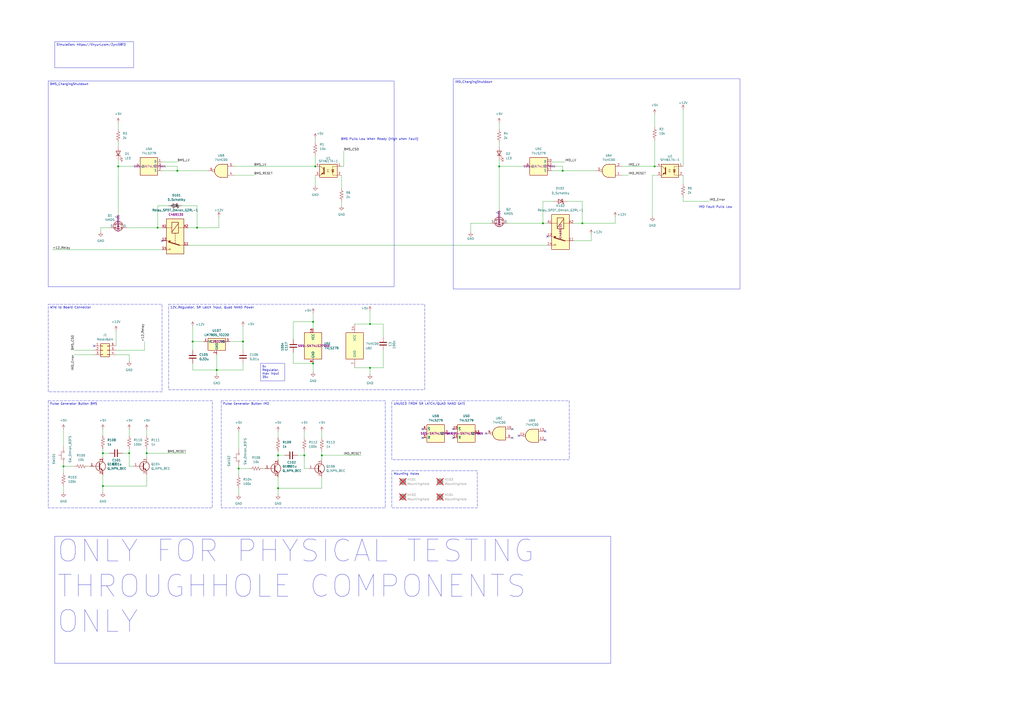
<source format=kicad_sch>
(kicad_sch (version 20250114) (generator "eeschema") (generator_version "9.0")
  (paper "A2")
  (text "BMS Pulls Low When Ready (High when Fault)" (at 220.218 80.772 0) (effects (font (size 1.27 1.27))))
  (text "IMD Fault Pulls Low" (at 415.036 120.142 0) (effects (font (size 1.27 1.27))))
  (text_box "IMD_ChargingShutdown" (at 262.89 45.72 0) (size 166.37 121.92) (margins 0.9525 0.9525 0.9525 0.9525) (effects (font (size 1.27 1.27)) (justify left top)))
  (text_box "Pulse Generator Button BMS\n" (at 27.94 232.41 0) (size 95.25 62.23) (margins 0.9525 0.9525 0.9525 0.9525) (stroke (width 0) (type dash)) (effects (font (size 1.27 1.27)) (justify left top)))
  (text_box "UNUSED FROM SR LATCH/QUAD NAND GATE" (at 227.33 232.41 0) (size 102.87 34.29) (margins 0.9525 0.9525 0.9525 0.9525) (stroke (width 0) (type dash)) (effects (font (size 1.27 1.27)) (justify left top)))
  (text_box "Wire to Board Connector" (at 27.94 176.53 0) (size 66.04 50.8) (margins 0.9525 0.9525 0.9525 0.9525) (stroke (width 0) (type dash)) (effects (font (size 1.27 1.27)) (justify left top)))
  (text_box "Simulation: https://tinyurl.com/2yrc58f3" (at 31.75 24.13 0) (size 45.72 15.24) (margins 0.9525 0.9525 0.9525 0.9525) (effects (font (size 1.27 1.27)) (justify left top)))
  (text_box "5v Regulator, max input 35v" (at 151.13 210.82 0) (size 13.97 10.16) (margins 0.9525 0.9525 0.9525 0.9525) (effects (font (size 1.27 1.27)) (justify left top)))
  (text_box "12V_Regulator, SR Latch input, Quad NAND Power" (at 97.79 176.53 0) (size 148.59 49.53) (margins 0.9525 0.9525 0.9525 0.9525) (stroke (width 0) (type dash)) (effects (font (size 1.27 1.27)) (justify left top)))
  (text_box "BMS_ChargingShutdown" (at 27.94 46.99 0) (size 200.66 119.38) (margins 0.9525 0.9525 0.9525 0.9525) (effects (font (size 1.27 1.27)) (justify left top)))
  (text_box "Pulse Generator Button IMD" (at 128.27 232.41 0) (size 95.25 62.23) (margins 0.9525 0.9525 0.9525 0.9525) (stroke (width 0) (type dash)) (effects (font (size 1.27 1.27)) (justify left top)))
  (text_box "Mounting Holes" (at 227.33 273.05 0) (size 49.53 21.59) (margins 0.9525 0.9525 0.9525 0.9525) (stroke (width 0) (type dash)) (effects (font (size 1.27 1.27)) (justify left top)))
  (text_box "ONLY FOR PHYSICAL TESTING THROUGHHOLE COMPONENTS ONLY" (at 31.75 311.15 0) (size 322.58 73.66) (margins 0.9525 0.9525 0.9525 0.9525) (effects (font (size 12.7 12.7)) (justify left top)))
  (junction (at 102.87 99.06))
  (junction (at 326.39 99.06))
  (junction (at 140.97 198.12))
  (junction (at 111.76 198.12))
  (junction (at 85.09 262.89))
  (junction (at 114.3 132.08))
  (junction (at 91.44 132.08))
  (junction (at 186.69 264.16))
  (junction (at 289.56 96.52))
  (junction (at 59.69 262.89))
  (junction (at 161.29 283.21))
  (junction (at 379.73 96.52))
  (junction (at 138.43 271.78))
  (junction (at 176.53 264.16))
  (junction (at 68.58 96.52))
  (junction (at 125.73 214.63))
  (junction (at 337.82 129.54))
  (junction (at 214.63 213.36))
  (junction (at 182.88 96.52))
  (junction (at 314.96 129.54))
  (junction (at 59.69 281.94))
  (junction (at 161.29 264.16))
  (junction (at 181.61 210.82))
  (junction (at 74.93 262.89))
  (junction (at 181.61 186.69))
  (junction (at 214.63 187.96))
  (junction (at 36.83 270.51))
  (no_connect (at 245.11 254))
  (no_connect (at 54.61 200.66))
  (no_connect (at 316.23 255.27))
  (no_connect (at 245.11 248.92))
  (no_connect (at 317.5 137.16))
  (no_connect (at 93.98 139.7))
  (no_connect (at 260.35 251.46))
  (no_connect (at 281.94 251.46))
  (no_connect (at 262.89 254))
  (no_connect (at 300.99 252.73))
  (no_connect (at 316.23 250.19))
  (no_connect (at 278.13 251.46))
  (no_connect (at 297.18 254))
  (no_connect (at 297.18 248.92))
  (no_connect (at 262.89 248.92))
  (wire (pts (xy 140.97 198.12) (xy 140.97 203.2)))
  (wire (pts (xy 59.69 275.59) (xy 59.69 281.94)))
  (wire (pts (xy 102.87 99.06) (xy 102.87 96.52)))
  (wire (pts (xy 74.93 205.74) (xy 74.93 209.55)))
  (wire (pts (xy 67.31 205.74) (xy 74.93 205.74)))
  (wire (pts (xy 396.24 96.52) (xy 396.24 63.5)))
  (wire (pts (xy 36.83 269.24) (xy 36.83 270.51)))
  (wire (pts (xy 161.29 261.62) (xy 161.29 264.16)))
  (wire (pts (xy 289.56 71.12) (xy 289.56 74.93)))
  (wire (pts (xy 289.56 96.52) (xy 289.56 92.71)))
  (wire (pts (xy 85.09 281.94) (xy 59.69 281.94)))
  (wire (pts (xy 356.87 125.73) (xy 356.87 129.54)))
  (wire (pts (xy 36.83 270.51) (xy 43.18 270.51)))
  (wire (pts (xy 73.66 132.08) (xy 91.44 132.08)))
  (wire (pts (xy 85.09 248.92) (xy 85.09 252.73)))
  (wire (pts (xy 43.18 203.2) (xy 54.61 203.2)))
  (wire (pts (xy 182.88 101.6) (xy 182.88 107.95)))
  (wire (pts (xy 114.3 132.08) (xy 109.22 132.08)))
  (wire (pts (xy 176.53 271.78) (xy 179.07 271.78)))
  (wire (pts (xy 58.42 132.08) (xy 58.42 134.62)))
  (wire (pts (xy 111.76 198.12) (xy 118.11 198.12)))
  (wire (pts (xy 59.69 262.89) (xy 59.69 265.43)))
  (wire (pts (xy 198.12 116.84) (xy 198.12 119.38)))
  (wire (pts (xy 182.88 90.17) (xy 182.88 96.52)))
  (wire (pts (xy 320.04 93.98) (xy 327.66 93.98)))
  (wire (pts (xy 109.22 142.24) (xy 317.5 142.24)))
  (wire (pts (xy 326.39 96.52) (xy 326.39 99.06)))
  (wire (pts (xy 337.82 129.54) (xy 332.74 129.54)))
  (wire (pts (xy 284.48 129.54) (xy 273.05 129.54)))
  (wire (pts (xy 289.56 96.52) (xy 304.8 96.52)))
  (wire (pts (xy 74.93 262.89) (xy 74.93 270.51)))
  (wire (pts (xy 379.73 66.04) (xy 379.73 73.66)))
  (wire (pts (xy 314.96 116.84) (xy 321.31 116.84)))
  (wire (pts (xy 273.05 129.54) (xy 273.05 134.62)))
  (wire (pts (xy 181.61 210.82) (xy 181.61 215.9)))
  (wire (pts (xy 111.76 214.63) (xy 125.73 214.63)))
  (wire (pts (xy 342.9 135.89) (xy 342.9 139.7)))
  (wire (pts (xy 182.88 80.01) (xy 182.88 82.55)))
  (wire (pts (xy 138.43 271.78) (xy 144.78 271.78)))
  (wire (pts (xy 114.3 119.38) (xy 114.3 132.08)))
  (wire (pts (xy 127 125.73) (xy 127 132.08)))
  (wire (pts (xy 170.18 196.85) (xy 170.18 186.69)))
  (wire (pts (xy 186.69 264.16) (xy 186.69 266.7)))
  (wire (pts (xy 93.98 132.08) (xy 91.44 132.08)))
  (wire (pts (xy 176.53 250.19) (xy 176.53 254)))
  (wire (pts (xy 152.4 271.78) (xy 153.67 271.78)))
  (wire (pts (xy 342.9 139.7) (xy 332.74 139.7)))
  (wire (pts (xy 289.56 96.52) (xy 289.56 121.92)))
  (wire (pts (xy 294.64 129.54) (xy 314.96 129.54)))
  (wire (pts (xy 161.29 264.16) (xy 165.1 264.16)))
  (wire (pts (xy 320.04 96.52) (xy 326.39 96.52)))
  (wire (pts (xy 170.18 186.69) (xy 181.61 186.69)))
  (wire (pts (xy 138.43 270.51) (xy 138.43 271.78)))
  (wire (pts (xy 289.56 82.55) (xy 289.56 85.09)))
  (wire (pts (xy 68.58 71.12) (xy 68.58 74.93)))
  (wire (pts (xy 181.61 186.69) (xy 181.61 190.5)))
  (wire (pts (xy 186.69 283.21) (xy 161.29 283.21)))
  (wire (pts (xy 181.61 210.82) (xy 170.18 210.82)))
  (wire (pts (xy 59.69 262.89) (xy 63.5 262.89)))
  (wire (pts (xy 328.93 116.84) (xy 337.82 116.84)))
  (wire (pts (xy 91.44 119.38) (xy 91.44 132.08)))
  (wire (pts (xy 59.69 281.94) (xy 59.69 285.75)))
  (wire (pts (xy 214.63 180.34) (xy 214.63 187.96)))
  (wire (pts (xy 68.58 96.52) (xy 78.74 96.52)))
  (wire (pts (xy 127 132.08) (xy 114.3 132.08)))
  (wire (pts (xy 58.42 132.08) (xy 63.5 132.08)))
  (wire (pts (xy 214.63 213.36) (xy 205.74 213.36)))
  (wire (pts (xy 107.95 262.89) (xy 85.09 262.89)))
  (wire (pts (xy 133.35 198.12) (xy 140.97 198.12)))
  (wire (pts (xy 111.76 210.82) (xy 111.76 214.63)))
  (wire (pts (xy 317.5 129.54) (xy 314.96 129.54)))
  (wire (pts (xy 36.83 270.51) (xy 36.83 274.32)))
  (wire (pts (xy 36.83 281.94) (xy 36.83 285.75)))
  (wire (pts (xy 209.55 264.16) (xy 186.69 264.16)))
  (wire (pts (xy 105.41 119.38) (xy 114.3 119.38)))
  (wire (pts (xy 396.24 116.84) (xy 411.48 116.84)))
  (wire (pts (xy 378.46 101.6) (xy 381 101.6)))
  (wire (pts (xy 176.53 264.16) (xy 176.53 261.62)))
  (wire (pts (xy 111.76 189.23) (xy 111.76 198.12)))
  (wire (pts (xy 140.97 189.23) (xy 140.97 198.12)))
  (wire (pts (xy 138.43 260.35) (xy 138.43 250.19)))
  (wire (pts (xy 74.93 248.92) (xy 74.93 252.73)))
  (wire (pts (xy 111.76 198.12) (xy 111.76 203.2)))
  (wire (pts (xy 59.69 260.35) (xy 59.69 262.89)))
  (wire (pts (xy 93.98 93.98) (xy 102.87 93.98)))
  (wire (pts (xy 337.82 129.54) (xy 356.87 129.54)))
  (wire (pts (xy 36.83 259.08) (xy 36.83 248.92)))
  (wire (pts (xy 140.97 210.82) (xy 140.97 214.63)))
  (wire (pts (xy 135.89 101.6) (xy 147.32 101.6)))
  (wire (pts (xy 360.68 101.6) (xy 364.49 101.6)))
  (wire (pts (xy 378.46 101.6) (xy 378.46 125.73)))
  (wire (pts (xy 97.79 119.38) (xy 91.44 119.38)))
  (wire (pts (xy 93.98 99.06) (xy 102.87 99.06)))
  (wire (pts (xy 161.29 276.86) (xy 161.29 283.21)))
  (wire (pts (xy 222.25 203.2) (xy 222.25 213.36)))
  (wire (pts (xy 337.82 116.84) (xy 337.82 129.54)))
  (wire (pts (xy 199.39 96.52) (xy 198.12 96.52)))
  (wire (pts (xy 186.69 261.62) (xy 186.69 264.16)))
  (wire (pts (xy 67.31 191.77) (xy 67.31 200.66)))
  (wire (pts (xy 125.73 214.63) (xy 125.73 217.17)))
  (wire (pts (xy 396.24 101.6) (xy 396.24 106.68)))
  (wire (pts (xy 83.82 203.2) (xy 83.82 198.12)))
  (wire (pts (xy 205.74 187.96) (xy 214.63 187.96)))
  (wire (pts (xy 161.29 264.16) (xy 161.29 266.7)))
  (wire (pts (xy 125.73 205.74) (xy 125.73 214.63)))
  (wire (pts (xy 320.04 99.06) (xy 326.39 99.06)))
  (wire (pts (xy 85.09 262.89) (xy 85.09 265.43)))
  (wire (pts (xy 170.18 210.82) (xy 170.18 204.47)))
  (wire (pts (xy 59.69 248.92) (xy 59.69 252.73)))
  (wire (pts (xy 379.73 81.28) (xy 379.73 96.52)))
  (wire (pts (xy 214.63 187.96) (xy 222.25 187.96)))
  (wire (pts (xy 198.12 101.6) (xy 198.12 109.22)))
  (wire (pts (xy 172.72 264.16) (xy 176.53 264.16)))
  (wire (pts (xy 360.68 96.52) (xy 379.73 96.52)))
  (wire (pts (xy 68.58 96.52) (xy 68.58 124.46)))
  (wire (pts (xy 199.39 87.63) (xy 199.39 96.52)))
  (wire (pts (xy 138.43 283.21) (xy 138.43 287.02)))
  (wire (pts (xy 125.73 214.63) (xy 140.97 214.63)))
  (wire (pts (xy 186.69 250.19) (xy 186.69 254)))
  (wire (pts (xy 67.31 203.2) (xy 83.82 203.2)))
  (wire (pts (xy 135.89 96.52) (xy 182.88 96.52)))
  (wire (pts (xy 222.25 213.36) (xy 214.63 213.36)))
  (wire (pts (xy 85.09 275.59) (xy 85.09 281.94)))
  (wire (pts (xy 54.61 205.74) (xy 43.18 205.74)))
  (wire (pts (xy 50.8 270.51) (xy 52.07 270.51)))
  (wire (pts (xy 222.25 187.96) (xy 222.25 195.58)))
  (wire (pts (xy 102.87 99.06) (xy 120.65 99.06)))
  (wire (pts (xy 68.58 96.52) (xy 68.58 92.71)))
  (wire (pts (xy 176.53 264.16) (xy 176.53 271.78)))
  (wire (pts (xy 326.39 99.06) (xy 345.44 99.06)))
  (wire (pts (xy 85.09 260.35) (xy 85.09 262.89)))
  (wire (pts (xy 214.63 213.36) (xy 214.63 217.17)))
  (wire (pts (xy 102.87 96.52) (xy 93.98 96.52)))
  (wire (pts (xy 396.24 114.3) (xy 396.24 116.84)))
  (wire (pts (xy 74.93 262.89) (xy 74.93 260.35)))
  (wire (pts (xy 71.12 262.89) (xy 74.93 262.89)))
  (wire (pts (xy 74.93 270.51) (xy 77.47 270.51)))
  (wire (pts (xy 68.58 82.55) (xy 68.58 85.09)))
  (wire (pts (xy 314.96 129.54) (xy 314.96 116.84)))
  (wire (pts (xy 138.43 271.78) (xy 138.43 275.59)))
  (wire (pts (xy 30.48 144.78) (xy 93.98 144.78)))
  (wire (pts (xy 379.73 96.52) (xy 381 96.52)))
  (wire (pts (xy 161.29 283.21) (xy 161.29 287.02)))
  (wire (pts (xy 161.29 250.19) (xy 161.29 254)))
  (wire (pts (xy 181.61 181.61) (xy 181.61 186.69)))
  (wire (pts (xy 186.69 276.86) (xy 186.69 283.21)))
  (label "IMD_Error" (at 411.48 116.84 0))
  (label "BMS_LV" (at 102.87 93.98 0))
  (label "+12_Relay" (at 83.82 198.12 90))
  (label "BMS_CSO" (at 43.18 203.2 90))
  (label "IMD_LV" (at 364.49 96.52 0))
  (label "+12_Relay" (at 30.48 144.78 0))
  (label "IMD_Error" (at 43.18 205.74 270))
  (label "BMS_RESET" (at 147.32 101.6 0))
  (label "IMD_RESET" (at 209.55 264.16 180))
  (label "IMD_LV" (at 327.66 93.98 0))
  (label "IMD_RESET" (at 364.49 101.6 0))
  (label "BMS_LV" (at 147.32 96.52 0))
  (label "BMS_RESET" (at 107.95 262.89 180))
  (label "BMS_CSO" (at 199.39 87.63 0))
  (symbol (lib_id "Transistor_BJT:Q_NPN_BEC") (at 82.55 270.51 0) (unit 1)
    (property "Reference" "Q104" (at 87.63 269.2399 0) (effects (justify left)))
    (property "Value" "Q_NPN_BEC" (at 87.63 271.7799 0) (effects (justify left)))
    (property "Footprint" "Package_TO_SOT_THT:TO-92" (effects (hide yes)))
    (property "Datasheet" "https://diotec.com/request/datasheet/bc337.pdf" (effects (hide yes)))
    (property "Description" "NPN transistor, base/emitter/collector" (effects (hide yes)))
    (property "MPN" "BC338-25" (effects (hide yes)))
    (property "Digikey" "4878-BC338-25TB-ND" (effects (hide yes)))
  )
  (symbol (lib_id "Device:C") (at 140.97 207.01 0) (unit 1)
    (property "Reference" "C106" (at 144.78 205.7399 0) (effects (justify left)))
    (property "Value" "0.01u" (at 144.78 208.2799 0) (effects (justify left)))
    (property "Footprint" "Capacitor_THT:CP_Radial_D5.0mm_P2.50mm" (effects (hide yes)))
    (property "Datasheet" "https://search.murata.co.jp/Ceramy/image/img/A01X/G101/ENG/RDE_X7R_250V-1kV_E.pdf" (effects (hide yes)))
    (property "Description" "Unpolarized capacitor" (effects (hide yes)))
    (property "MPN" "RDER71H103K0P1H03B" (effects (hide yes)))
    (property "Digikey" "490-8813-ND" (effects (hide yes)))
  )
  (symbol (lib_id "Device:R_US") (at 148.59 271.78 270) (unit 1)
    (property "Reference" "R106" (at 148.59 265.43 90))
    (property "Value" "10k" (at 148.59 267.97 90))
    (property "Footprint" "Resistor_THT:R_Axial_DIN0207_L6.3mm_D2.5mm_P7.62mm_Horizontal" (effects (hide yes)))
    (property "Datasheet" "https://www.yageo.com/upload/media/product/app/datasheet/lr/yageo-mfr_datasheet.pdf" (effects (hide yes)))
    (property "Description" "Resistor, US symbol" (effects (hide yes)))
    (property "MPN" "MFR-25FRF52-10K" (effects (hide yes)))
    (property "Digikey" "13-MFR-25FRF52-10KCT-ND" (effects (hide yes)))
  )
  (symbol (lib_id "74xx:74HC00") (at 308.61 252.73 180) (unit 4)
    (property "Reference" "U6" (at 308.6183 243.84 0))
    (property "Value" "74HC00" (at 308.6183 246.38 0))
    (property "Footprint" "Package_DIP:DIP-14_W7.62mm" (effects (hide yes)))
    (property "Datasheet" "http://www.ti.com/lit/gpn/sn74hc00" (effects (hide yes)))
    (property "Description" "quad 2-input NAND gate" (effects (hide yes)))
    (property "JLC#" "C2902" (effects (hide yes)))
    (property "MPN" "  SN74HC00N" (effects (hide yes)))
    (property "Digikey" "296-1563-5-ND" (effects (hide yes)))
  )
  (symbol (lib_id "74xx:74HC00") (at 289.56 251.46 180) (unit 3)
    (property "Reference" "U6" (at 289.5683 242.57 0))
    (property "Value" "74HC00" (at 289.5683 245.11 0))
    (property "Footprint" "Package_DIP:DIP-14_W7.62mm" (effects (hide yes)))
    (property "Datasheet" "http://www.ti.com/lit/gpn/sn74hc00" (effects (hide yes)))
    (property "Description" "quad 2-input NAND gate" (effects (hide yes)))
    (property "JLC#" "C2902" (effects (hide yes)))
    (property "MPN" "  SN74HC00N" (effects (hide yes)))
    (property "Digikey" "296-1563-5-ND" (effects (hide yes)))
  )
  (symbol (lib_id "power:+12V") (at 111.76 189.23 0) (unit 1)
    (property "Reference" "#PWR0116" (effects (hide yes)))
    (property "Value" "+12V" (at 116.078 188.214 0))
    (property "Description" "Power symbol creates a global label with name \"+12V\"" (effects (hide yes)))
  )
  (symbol (lib_name "+5V_1") (lib_id "power:+5V") (at 59.69 248.92 0) (unit 1)
    (property "Reference" "#PWR0112" (effects (hide yes)))
    (property "Value" "+5V" (at 59.69 243.84 0))
    (property "Description" "Power symbol creates a global label with name \"+5V\"" (effects (hide yes)))
  )
  (symbol (lib_id "Device:C") (at 168.91 264.16 90) (unit 1)
    (property "Reference" "C102" (at 169.164 268.224 90))
    (property "Value" "0.01u" (at 169.418 270.51 90))
    (property "Footprint" "Capacitor_THT:CP_Radial_D5.0mm_P2.50mm" (effects (hide yes)))
    (property "Datasheet" "https://search.murata.co.jp/Ceramy/image/img/A01X/G101/ENG/RDE_X7R_250V-1kV_E.pdf" (effects (hide yes)))
    (property "Description" "Unpolarized capacitor" (effects (hide yes)))
    (property "MPN" "RDER71H103K0P1H03B" (effects (hide yes)))
    (property "Digikey" "490-8813-ND" (effects (hide yes)))
  )
  (symbol (lib_id "power:GND") (at 58.42 134.62 0) (unit 1)
    (property "Reference" "#PWR0101" (effects (hide yes)))
    (property "Value" "GND" (at 58.42 139.7 0))
    (property "Description" "Power symbol creates a global label with name \"GND\" , ground" (effects (hide yes)))
  )
  (symbol (lib_name "+5V_1") (lib_id "power:+5V") (at 36.83 248.92 0) (unit 1)
    (property "Reference" "#PWR0110" (effects (hide yes)))
    (property "Value" "+5V" (at 36.83 243.84 0))
    (property "Description" "Power symbol creates a global label with name \"+5V\"" (effects (hide yes)))
  )
  (symbol (lib_id "74xx:74LS279") (at 86.36 96.52 180) (unit 1)
    (property "Reference" "U5" (at 86.36 86.36 0))
    (property "Value" "74LS279" (at 86.36 88.9 0))
    (property "Footprint" "Package_DIP:DIP-16_W7.62mm" (effects (hide yes)))
    (property "Datasheet" "https://www.ti.com/lit/ds/symlink/sn54ls279a.pdf?ts=1755633696385&ref_url=https%253A%252F%252Fwww.mouser.com%252F" (effects (hide yes)))
    (property "Description" "Quad SR latch, DIP-16/SOIC-16/SOIC-16W" (effects (hide yes)))
    (property "MOUSER" " 595-SN74LS279AN" (at 86.36 96.52 0))
    (property "MPN" "  SN74LS279AN" (effects (hide yes)))
    (property "Digikey" "296-3684-5-ND" (effects (hide yes)))
    (property "JLC#" " C133941" (effects (hide yes)))
  )
  (symbol (lib_id "Device:R_US") (at 36.83 278.13 0) (unit 1)
    (property "Reference" "R103" (at 39.37 276.8599 0) (effects (justify left)))
    (property "Value" "100k" (at 39.37 279.3999 0) (effects (justify left)))
    (property "Footprint" "Resistor_THT:R_Axial_DIN0207_L6.3mm_D2.5mm_P7.62mm_Horizontal" (effects (hide yes)))
    (property "Datasheet" "R" (effects (hide yes)))
    (property "Description" "Resistor, US symbol" (effects (hide yes)))
    (property "MPN" "MFR-25FRF52-100K" (effects (hide yes)))
    (property "Digikey" "13-MFR-25FRF52-100KCT-ND" (effects (hide yes)))
  )
  (symbol (lib_id "Device:R_US") (at 68.58 78.74 0) (unit 1)
    (property "Reference" "R3" (at 71.12 77.4699 0) (effects (justify left)))
    (property "Value" "2k" (at 71.12 80.0099 0) (effects (justify left)))
    (property "Footprint" "Resistor_THT:R_Axial_DIN0207_L6.3mm_D2.5mm_P7.62mm_Horizontal" (effects (hide yes)))
    (property "Datasheet" "https://www.yageo.com/upload/media/product/app/datasheet/lr/yageo-mfr_datasheet.pdf" (effects (hide yes)))
    (property "Description" "Resistor, US symbol" (effects (hide yes)))
    (property "MPN" "MFR25SFTF52-270R" (effects (hide yes)))
    (property "Digikey" "13-MFR25SFTF52-270RCT-ND" (effects (hide yes)))
  )
  (symbol (lib_id "Mechanical:MountingHole") (at 255.27 288.29 0) (unit 1) (exclude_from_sim yes) (in_bom no) (dnp yes)
    (property "Reference" "H104" (at 257.81 287.0199 0) (effects (justify left)))
    (property "Value" "MountingHole" (at 257.81 289.5599 0) (effects (justify left)))
    (property "Description" "Mounting Hole without connection" (effects (hide yes)))
  )
  (symbol (lib_name "+5V_1") (lib_id "power:+5V") (at 176.53 250.19 0) (unit 1)
    (property "Reference" "#PWR0123" (effects (hide yes)))
    (property "Value" "+5V" (at 176.53 245.11 0))
    (property "Description" "Power symbol creates a global label with name \"+5V\"" (effects (hide yes)))
  )
  (symbol (lib_id "power:+12V") (at 342.9 135.89 0) (unit 1)
    (property "Reference" "#PWR0109" (effects (hide yes)))
    (property "Value" "+12V" (at 346.71 134.62 0))
    (property "Description" "Power symbol creates a global label with name \"+12V\"" (effects (hide yes)))
  )
  (symbol (lib_id "Transistor_BJT:Q_NPN_BEC") (at 158.75 271.78 0) (unit 1)
    (property "Reference" "Q105" (at 163.83 270.5099 0) (effects (justify left)))
    (property "Value" "Q_NPN_BEC" (at 163.83 273.0499 0) (effects (justify left)))
    (property "Footprint" "Package_TO_SOT_THT:TO-92" (effects (hide yes)))
    (property "Datasheet" "https://diotec.com/request/datasheet/bc337.pdf" (effects (hide yes)))
    (property "Description" "NPN transistor, base/emitter/collector" (effects (hide yes)))
    (property "MPN" "BC338-25" (effects (hide yes)))
    (property "Digikey" "4878-BC338-25TB-ND" (effects (hide yes)))
  )
  (symbol (lib_id "power:+5V") (at 214.63 180.34 0) (unit 1)
    (property "Reference" "#PWR05" (effects (hide yes)))
    (property "Value" "+5V" (at 211.582 178.816 0))
    (property "Description" "Power symbol creates a global label with name \"+5V\"" (effects (hide yes)))
  )
  (symbol (lib_name "GND_2") (lib_id "power:GND") (at 36.83 285.75 0) (unit 1)
    (property "Reference" "#PWR0111" (effects (hide yes)))
    (property "Value" "GND" (at 36.83 290.83 0))
    (property "Description" "Power symbol creates a global label with name \"GND\" , ground" (effects (hide yes)))
  )
  (symbol (lib_id "power:+5V") (at 289.56 71.12 0) (unit 1)
    (property "Reference" "#PWR012" (effects (hide yes)))
    (property "Value" "+5V" (at 289.56 66.04 0))
    (property "Description" "Power symbol creates a global label with name \"+5V\"" (effects (hide yes)))
  )
  (symbol (lib_id "Device:D_Schottky") (at 101.6 119.38 180) (unit 1)
    (property "Reference" "D101" (at 102.362 113.284 0))
    (property "Value" "D_Schottky" (at 102.362 115.824 0))
    (property "Footprint" "Diode_THT:D_DO-201AD_P12.70mm_Horizontal" (effects (hide yes)))
    (property "Datasheet" "https://services.taiwansemi.com/storage/resources/datasheet/SR302%20SERIES_J2105.pdf" (effects (hide yes)))
    (property "Description" "Schottky diode" (effects (hide yes)))
    (property "MPN" "SR304 A0G" (effects (hide yes)))
    (property "Digikey" "SR304A0GCT-ND" (effects (hide yes)))
  )
  (symbol (lib_id "Device:R_US") (at 396.24 110.49 0) (unit 1)
    (property "Reference" "R5" (at 398.78 109.2199 0) (effects (justify left)))
    (property "Value" "2k" (at 398.78 111.7599 0) (effects (justify left)))
    (property "Footprint" "Resistor_THT:R_Axial_DIN0207_L6.3mm_D2.5mm_P7.62mm_Horizontal" (effects (hide yes)))
    (property "Datasheet" "https://www.yageo.com/upload/media/product/app/datasheet/lr/yageo-mfr_datasheet.pdf" (effects (hide yes)))
    (property "Description" "Resistor, US symbol" (effects (hide yes)))
    (property "MPN" "MFR-25FBF52-1K" (effects (hide yes)))
    (property "Digikey" "1.00KXBK-ND" (effects (hide yes)))
  )
  (symbol (lib_id "Transistor_BJT:Q_NPN_BEC") (at 57.15 270.51 0) (unit 1)
    (property "Reference" "Q103" (at 62.23 269.2399 0) (effects (justify left)))
    (property "Value" "Q_NPN_BEC" (at 62.23 271.7799 0) (effects (justify left)))
    (property "Footprint" "Package_TO_SOT_THT:TO-92" (effects (hide yes)))
    (property "Datasheet" "https://diotec.com/request/datasheet/bc337.pdf" (effects (hide yes)))
    (property "Description" "NPN transistor, base/emitter/collector" (effects (hide yes)))
    (property "MPN" "BC338-25" (effects (hide yes)))
    (property "Digikey" "4878-BC338-25TB-ND" (effects (hide yes)))
  )
  (symbol (lib_id "Simulation_SPICE:NMOS") (at 289.56 127 270) (unit 1)
    (property "Reference" "Q2" (at 294.894 121.412 90))
    (property "Value" "NMOS" (at 294.894 123.952 90))
    (property "Footprint" "Package_TO_SOT_THT:TO-251-3_Vertical" (effects (hide yes)))
    (property "Datasheet" "https://www.infineon.com/assets/row/public/documents/24/49/infineon-ipu60r2k1ce-ds-en.pdf?fileId=5546d46249be182c0149c7e409461eac" (effects (hide yes)))
    (property "Description" "N-MOSFET transistor, drain/source/gate" (effects (hide yes)))
    (property "Sim.Device" "NMOS" (effects (hide yes)))
    (property "Sim.Type" "VDMOS" (effects (hide yes)))
    (property "Sim.Pins" "1=D 2=G 3=S" (effects (hide yes)))
    (property "JLC#" "C3278986" (at 289.56 127 0))
    (property "MPN" "  IPU60R2K1CEAKMA1" (effects (hide yes)))
    (property "Digikey" "  IPU60R2K1CEAKMA1-ND" (effects (hide yes)))
  )
  (symbol (lib_id "Device:R_US") (at 379.73 77.47 0) (unit 1)
    (property "Reference" "R2" (at 382.27 74.93 0) (effects (justify left)))
    (property "Value" "10k" (at 382.27 77.47 0) (effects (justify left)))
    (property "Footprint" "Resistor_THT:R_Axial_DIN0207_L6.3mm_D2.5mm_P7.62mm_Horizontal" (effects (hide yes)))
    (property "Datasheet" "https://www.yageo.com/upload/media/product/app/datasheet/lr/yageo-mfr_datasheet.pdf" (effects (hide yes)))
    (property "Description" "Resistor, US symbol" (effects (hide yes)))
    (property "MPN" "MFR-25FRF52-10K" (effects (hide yes)))
    (property "Digikey" "13-MFR-25FRF52-10KCT-ND" (effects (hide yes)))
  )
  (symbol (lib_id "power:+5V") (at 140.97 189.23 0) (unit 1)
    (property "Reference" "#PWR0118" (effects (hide yes)))
    (property "Value" "+5V" (at 143.51 187.9599 0) (effects (justify left)))
    (property "Description" "Power symbol creates a global label with name \"+5V\"" (effects (hide yes)))
  )
  (symbol (lib_id "Device:R_US") (at 85.09 256.54 0) (unit 1)
    (property "Reference" "R111" (at 87.63 255.2699 0) (effects (justify left)))
    (property "Value" "1k" (at 87.63 257.8099 0) (effects (justify left)))
    (property "Footprint" "Resistor_THT:R_Axial_DIN0207_L6.3mm_D2.5mm_P7.62mm_Horizontal" (effects (hide yes)))
    (property "Datasheet" "https://www.yageo.com/upload/media/product/app/datasheet/lr/yageo-mfr_datasheet.pdf" (effects (hide yes)))
    (property "Description" "Resistor, US symbol" (effects (hide yes)))
    (property "MPN" "MFR-25FBF52-1K" (effects (hide yes)))
    (property "Digikey" "1.00KXBK-ND" (effects (hide yes)))
  )
  (symbol (lib_name "GND_2") (lib_id "power:GND") (at 161.29 287.02 0) (unit 1)
    (property "Reference" "#PWR0122" (effects (hide yes)))
    (property "Value" "GND" (at 161.29 292.1 0))
    (property "Description" "Power symbol creates a global label with name \"GND\" , ground" (effects (hide yes)))
  )
  (symbol (lib_id "Device:R_US") (at 198.12 113.03 0) (unit 1)
    (property "Reference" "R6" (at 200.66 111.7599 0) (effects (justify left)))
    (property "Value" "2k" (at 200.66 114.2999 0) (effects (justify left)))
    (property "Footprint" "Resistor_THT:R_Axial_DIN0207_L6.3mm_D2.5mm_P7.62mm_Horizontal" (effects (hide yes)))
    (property "Datasheet" "https://www.yageo.com/upload/media/product/app/datasheet/lr/yageo-mfr_datasheet.pdf" (effects (hide yes)))
    (property "Description" "Resistor, US symbol" (effects (hide yes)))
    (property "MPN" "MFR-25FBF52-1K" (effects (hide yes)))
    (property "Digikey" "1.00KXBK-ND" (effects (hide yes)))
  )
  (symbol (lib_id "Switch:SW_Omron_B3FS") (at 138.43 265.43 90) (unit 1)
    (property "Reference" "SW102" (at 132.842 264.16 0) (effects (justify right)))
    (property "Value" "SW_Omron_B3FS" (at 142.24 254 0) (effects (justify right)))
    (property "Footprint" "Button_Switch_THT:SW_PUSH_6mm_H4.3mm" (effects (hide yes)))
    (property "Datasheet" "https://omronfs.omron.com/en_US/ecb/products/pdf/en-b3f.pdf" (effects (hide yes)))
    (property "Description" "Omron B3FS 6x6mm single pole normally-open tactile switch" (effects (hide yes)))
    (property "MPN" "  B3F-1000" (effects (hide yes)))
    (property "Digikey" "  SW400-ND" (effects (hide yes)))
  )
  (symbol (lib_id "power:GND") (at 214.63 217.17 0) (unit 1)
    (property "Reference" "#PWR09" (effects (hide yes)))
    (property "Value" "GND" (at 214.63 222.25 0))
    (property "Description" "Power symbol creates a global label with name \"GND\" , ground" (effects (hide yes)))
  )
  (symbol (lib_id "Connector_Generic:Conn_02x03_Counter_Clockwise") (at 59.69 203.2 0) (unit 1)
    (property "Reference" "J1" (at 60.96 194.31 0))
    (property "Value" "Molex6pin" (at 60.96 196.85 0))
    (property "Footprint" "Connector_Molex:Molex_Mini-Fit_Jr_5566-06A_2x03_P4.20mm_Vertical" (effects (hide yes)))
    (property "Datasheet" "https://www.molex.com/en-us/products/part-detail/39281063?display=pdf" (effects (hide yes)))
    (property "Description" "Generic connector, double row, 02x03, counter clockwise pin numbering scheme (similar to DIP package numbering), script generated (kicad-library-utils/schlib/autogen/connector/)" (effects (hide yes)))
    (property "MPN" "  0039281063" (effects (hide yes)))
    (property "Digikey" "  WM3802-ND" (effects (hide yes)))
  )
  (symbol (lib_id "Relay:G2RL-1") (at 101.6 137.16 90) (mirror x) (unit 1)
    (property "Reference" "K101" (at 101.6 119.38 90))
    (property "Value" "Relay_SPDT_Omron_G2RL-1" (at 101.6 121.92 90))
    (property "Footprint" "Relay_THT:Relay_SPDT_Omron_G2RL-1" (effects (hide yes)))
    (property "Datasheet" "https://omronfs.omron.com/en_US/ecb/products/pdf/en-g2rl.pdf" (effects (hide yes)))
    (property "Description" "General Purpose Low Profile Relay SPDT Through Hole, Omron G2RL series, 12A 250VAC" (effects (hide yes)))
    (property "JLC#" " C469130" (at 101.6 124.46 90))
    (property "MPN" "  G2RL-1 DC12" (effects (hide yes)))
    (property "Digikey" "  Z3076-ND" (effects (hide yes)))
  )
  (symbol (lib_id "Device:C") (at 222.25 199.39 0) (mirror y) (unit 1)
    (property "Reference" "C3" (at 226.314 199.644 90))
    (property "Value" "100n" (at 228.6 199.898 90))
    (property "Footprint" "Capacitor_THT:CP_Radial_D5.0mm_P2.50mm" (effects (hide yes)))
    (property "Datasheet" "https://search.murata.co.jp/Ceramy/image/img/A01X/G101/ENG/RDE_X7R_250V-1kV_E.pdf" (effects (hide yes)))
    (property "Description" "Unpolarized capacitor" (effects (hide yes)))
    (property "JLC#" "C1591" (effects (hide yes)))
    (property "MPN" "RDER71H104K0P1H03B" (effects (hide yes)))
    (property "Digikey" "490-8815-ND" (effects (hide yes)))
  )
  (symbol (lib_id "Device:C") (at 170.18 200.66 0) (unit 1)
    (property "Reference" "C117" (at 166.116 200.914 90))
    (property "Value" "100n" (at 163.83 201.168 90))
    (property "Footprint" "Capacitor_THT:CP_Radial_D5.0mm_P2.50mm" (effects (hide yes)))
    (property "Datasheet" "https://search.murata.co.jp/Ceramy/image/img/A01X/G101/ENG/RDE_X7R_250V-1kV_E.pdf" (effects (hide yes)))
    (property "Description" "Unpolarized capacitor" (effects (hide yes)))
    (property "MPN" "RDER71H104K0P1H03B" (effects (hide yes)))
    (property "Digikey" "490-8815-ND" (effects (hide yes)))
  )
  (symbol (lib_id "Device:R_US") (at 59.69 256.54 0) (unit 1)
    (property "Reference" "R108" (at 62.23 255.2699 0) (effects (justify left)))
    (property "Value" "1k" (at 62.23 257.8099 0) (effects (justify left)))
    (property "Footprint" "Resistor_THT:R_Axial_DIN0207_L6.3mm_D2.5mm_P7.62mm_Horizontal" (effects (hide yes)))
    (property "Datasheet" "https://www.yageo.com/upload/media/product/app/datasheet/lr/yageo-mfr_datasheet.pdf" (effects (hide yes)))
    (property "Description" "Resistor, US symbol" (effects (hide yes)))
    (property "MPN" "MFR-25FBF52-1K" (effects (hide yes)))
    (property "Digikey" "1.00KXBK-ND" (effects (hide yes)))
  )
  (symbol (lib_id "74xx:74HC00") (at 353.06 99.06 180) (unit 1)
    (property "Reference" "U6" (at 353.0683 90.17 0))
    (property "Value" "74HC00" (at 353.0683 92.71 0))
    (property "Footprint" "Package_DIP:DIP-14_W7.62mm" (effects (hide yes)))
    (property "Datasheet" "http://www.ti.com/lit/gpn/sn74hc00" (effects (hide yes)))
    (property "Description" "quad 2-input NAND gate" (effects (hide yes)))
    (property "JLC#" "C2902" (effects (hide yes)))
    (property "MPN" "  SN74HC00N" (effects (hide yes)))
    (property "Digikey" "296-1563-5-ND" (effects (hide yes)))
  )
  (symbol (lib_id "Device:R_US") (at 138.43 279.4 0) (unit 1)
    (property "Reference" "R104" (at 140.97 278.1299 0) (effects (justify left)))
    (property "Value" "100k" (at 140.97 280.6699 0) (effects (justify left)))
    (property "Footprint" "Resistor_THT:R_Axial_DIN0207_L6.3mm_D2.5mm_P7.62mm_Horizontal" (effects (hide yes)))
    (property "Datasheet" "R" (effects (hide yes)))
    (property "Description" "Resistor, US symbol" (effects (hide yes)))
    (property "MPN" "MFR-25FRF52-100K" (effects (hide yes)))
    (property "Digikey" "13-MFR-25FRF52-100KCT-ND" (effects (hide yes)))
  )
  (symbol (lib_name "+5V_1") (lib_id "power:+5V") (at 161.29 250.19 0) (unit 1)
    (property "Reference" "#PWR0121" (effects (hide yes)))
    (property "Value" "+5V" (at 161.29 245.11 0))
    (property "Description" "Power symbol creates a global label with name \"+5V\"" (effects (hide yes)))
  )
  (symbol (lib_id "Device:R_US") (at 161.29 257.81 0) (unit 1)
    (property "Reference" "R109" (at 163.83 256.5399 0) (effects (justify left)))
    (property "Value" "1k" (at 163.83 259.0799 0) (effects (justify left)))
    (property "Footprint" "Resistor_THT:R_Axial_DIN0207_L6.3mm_D2.5mm_P7.62mm_Horizontal" (effects (hide yes)))
    (property "Datasheet" "https://www.yageo.com/upload/media/product/app/datasheet/lr/yageo-mfr_datasheet.pdf" (effects (hide yes)))
    (property "Description" "Resistor, US symbol" (effects (hide yes)))
    (property "MPN" "MFR-25FBF52-1K" (effects (hide yes)))
    (property "Digikey" "1.00KXBK-ND" (effects (hide yes)))
  )
  (symbol (lib_id "Mechanical:MountingHole") (at 255.27 279.4 0) (unit 1) (exclude_from_sim yes) (in_bom no) (dnp yes)
    (property "Reference" "H103" (at 257.81 278.1299 0) (effects (justify left)))
    (property "Value" "MountingHole" (at 257.81 280.6699 0) (effects (justify left)))
    (property "Description" "Mounting Hole without connection" (effects (hide yes)))
  )
  (symbol (lib_id "power:GND") (at 273.05 134.62 0) (unit 1)
    (property "Reference" "#PWR0106" (effects (hide yes)))
    (property "Value" "GND" (at 273.05 138.43 0))
    (property "Description" "Power symbol creates a global label with name \"GND\" , ground" (effects (hide yes)))
  )
  (symbol (lib_id "Switch:SW_Omron_B3FS") (at 36.83 264.16 90) (unit 1)
    (property "Reference" "SW101" (at 31.242 262.89 0) (effects (justify right)))
    (property "Value" "SW_Omron_B3FS" (at 40.64 252.73 0) (effects (justify right)))
    (property "Footprint" "Button_Switch_THT:SW_PUSH_6mm_H4.3mm" (effects (hide yes)))
    (property "Datasheet" "https://omronfs.omron.com/en_US/ecb/products/pdf/en-b3f.pdf" (effects (hide yes)))
    (property "Description" "Omron B3FS 6x6mm single pole normally-open tactile switch" (effects (hide yes)))
    (property "MPN" "  B3F-1000" (effects (hide yes)))
    (property "Digikey" "  SW400-ND" (effects (hide yes)))
  )
  (symbol (lib_id "Device:LED") (at 289.56 88.9 90) (unit 1)
    (property "Reference" "D2" (at 293.37 89.2174 90) (effects (justify right)))
    (property "Value" "LED" (at 293.37 91.7574 90) (effects (justify right)))
    (property "Footprint" "LED_THT:LED_D3.0mm" (effects (hide yes)))
    (property "Datasheet" "https://mm.digikey.com/Volume0/opasdata/d220001/medias/docus/1139/HLMP-D101%2CD105%2CK101%2CK105.pdf" (effects (hide yes)))
    (property "Description" "Light emitting diode" (effects (hide yes)))
    (property "Sim.Pins" "1=K 2=A" (effects (hide yes)))
    (property "MPN" "HLMP-K101" (effects (hide yes)))
    (property "Digikey" "516-1313-ND" (effects (hide yes)))
  )
  (symbol (lib_id "Device:R_US") (at 182.88 86.36 0) (unit 1)
    (property "Reference" "R1" (at 185.42 83.82 0) (effects (justify left)))
    (property "Value" "10k" (at 185.42 86.36 0) (effects (justify left)))
    (property "Footprint" "Resistor_THT:R_Axial_DIN0207_L6.3mm_D2.5mm_P7.62mm_Horizontal" (effects (hide yes)))
    (property "Datasheet" "https://www.yageo.com/upload/media/product/app/datasheet/lr/yageo-mfr_datasheet.pdf" (effects (hide yes)))
    (property "Description" "Resistor, US symbol" (effects (hide yes)))
    (property "MPN" "MFR-25FRF52-10K" (effects (hide yes)))
    (property "Digikey" "13-MFR-25FRF52-10KCT-ND" (effects (hide yes)))
  )
  (symbol (lib_name "+5V_1") (lib_id "power:+5V") (at 186.69 250.19 0) (unit 1)
    (property "Reference" "#PWR0124" (effects (hide yes)))
    (property "Value" "+5V" (at 186.69 245.11 0))
    (property "Description" "Power symbol creates a global label with name \"+5V\"" (effects (hide yes)))
  )
  (symbol (lib_id "power:+5V") (at 181.61 181.61 0) (unit 1)
    (property "Reference" "#PWR014" (effects (hide yes)))
    (property "Value" "+5V" (at 178.562 180.086 0))
    (property "Description" "Power symbol creates a global label with name \"+5V\"" (effects (hide yes)))
  )
  (symbol (lib_id "Device:R_US") (at 46.99 270.51 270) (unit 1)
    (property "Reference" "R105" (at 46.99 264.16 90))
    (property "Value" "10k" (at 46.99 266.7 90))
    (property "Footprint" "Resistor_THT:R_Axial_DIN0207_L6.3mm_D2.5mm_P7.62mm_Horizontal" (effects (hide yes)))
    (property "Datasheet" "https://www.yageo.com/upload/media/product/app/datasheet/lr/yageo-mfr_datasheet.pdf" (effects (hide yes)))
    (property "Description" "Resistor, US symbol" (effects (hide yes)))
    (property "MPN" "MFR-25FRF52-10K" (effects (hide yes)))
    (property "Digikey" "13-MFR-25FRF52-10KCT-ND" (effects (hide yes)))
  )
  (symbol (lib_name "+5V_1") (lib_id "power:+5V") (at 74.93 248.92 0) (unit 1)
    (property "Reference" "#PWR0114" (effects (hide yes)))
    (property "Value" "+5V" (at 74.93 243.84 0))
    (property "Description" "Power symbol creates a global label with name \"+5V\"" (effects (hide yes)))
  )
  (symbol (lib_id "Relay:G2RL-1") (at 325.12 134.62 90) (mirror x) (unit 1)
    (property "Reference" "K102" (at 325.12 119.38 90))
    (property "Value" "Relay_SPDT_Omron_G2RL-1" (at 325.12 121.92 90))
    (property "Footprint" "Relay_THT:Relay_SPDT_Omron_G2RL-1" (effects (hide yes)))
    (property "Datasheet" "https://omronfs.omron.com/en_US/ecb/products/pdf/en-g2rl.pdf" (effects (hide yes)))
    (property "Description" "General Purpose Low Profile Relay SPDT Through Hole, Omron G2RL series, 12A 250VAC" (effects (hide yes)))
    (property "JLC#" " C469130" (at 325.12 134.62 0))
    (property "MPN" "  G2RL-1 DC12" (effects (hide yes)))
    (property "Digikey" "  Z3076-ND" (effects (hide yes)))
  )
  (symbol (lib_id "power:+12V") (at 127 125.73 0) (unit 1)
    (property "Reference" "#PWR0125" (effects (hide yes)))
    (property "Value" "+12V" (at 127 121.92 0))
    (property "Description" "Power symbol creates a global label with name \"+12V\"" (effects (hide yes)))
  )
  (symbol (lib_id "Device:C") (at 67.31 262.89 90) (unit 1)
    (property "Reference" "C101" (at 67.564 266.954 90))
    (property "Value" "0.01u" (at 67.818 269.24 90))
    (property "Footprint" "Capacitor_THT:CP_Radial_D5.0mm_P2.50mm" (effects (hide yes)))
    (property "Datasheet" "https://search.murata.co.jp/Ceramy/image/img/A01X/G101/ENG/RDE_X7R_250V-1kV_E.pdf" (effects (hide yes)))
    (property "Description" "Unpolarized capacitor" (effects (hide yes)))
    (property "MPN" "RDER71H103K0P1H03B" (effects (hide yes)))
    (property "Digikey" "490-8813-ND" (effects (hide yes)))
  )
  (symbol (lib_name "GND_2") (lib_id "power:GND") (at 59.69 285.75 0) (unit 1)
    (property "Reference" "#PWR0113" (effects (hide yes)))
    (property "Value" "GND" (at 59.69 290.83 0))
    (property "Description" "Power symbol creates a global label with name \"GND\" , ground" (effects (hide yes)))
  )
  (symbol (lib_id "74xx:74HC00") (at 128.27 99.06 180) (unit 2)
    (property "Reference" "U6" (at 128.2783 90.17 0))
    (property "Value" "74HC00" (at 128.2783 92.71 0))
    (property "Footprint" "Package_DIP:DIP-14_W7.62mm" (effects (hide yes)))
    (property "Datasheet" "http://www.ti.com/lit/gpn/sn74hc00" (effects (hide yes)))
    (property "Description" "quad 2-input NAND gate" (effects (hide yes)))
    (property "JLC#" "C2902" (effects (hide yes)))
    (property "MPN" "  SN74HC00N" (effects (hide yes)))
    (property "Digikey" "296-1563-5-ND" (effects (hide yes)))
  )
  (symbol (lib_id "power:+12V") (at 396.24 63.5 0) (unit 1)
    (property "Reference" "#PWR018" (effects (hide yes)))
    (property "Value" "+12V" (at 396.24 59.69 0))
    (property "Description" "Power symbol creates a global label with name \"+12V\"" (effects (hide yes)))
  )
  (symbol (lib_id "Device:R_US") (at 289.56 78.74 0) (unit 1)
    (property "Reference" "R4" (at 292.1 77.4699 0) (effects (justify left)))
    (property "Value" "2k" (at 292.1 80.0099 0) (effects (justify left)))
    (property "Footprint" "Resistor_THT:R_Axial_DIN0207_L6.3mm_D2.5mm_P7.62mm_Horizontal" (effects (hide yes)))
    (property "Datasheet" "https://www.yageo.com/upload/media/product/app/datasheet/lr/yageo-mfr_datasheet.pdf" (effects (hide yes)))
    (property "Description" "Resistor, US symbol" (effects (hide yes)))
    (property "MPN" "MFR25SFTF52-270R" (effects (hide yes)))
    (property "Digikey" "13-MFR25SFTF52-270RCT-ND" (effects (hide yes)))
  )
  (symbol (lib_name "GND_2") (lib_id "power:GND") (at 138.43 287.02 0) (unit 1)
    (property "Reference" "#PWR0120" (effects (hide yes)))
    (property "Value" "GND" (at 138.43 292.1 0))
    (property "Description" "Power symbol creates a global label with name \"GND\" , ground" (effects (hide yes)))
  )
  (symbol (lib_id "power:GND") (at 182.88 107.95 0) (unit 1)
    (property "Reference" "#PWR01" (effects (hide yes)))
    (property "Value" "GND" (at 182.88 113.03 0))
    (property "Description" "Power symbol creates a global label with name \"GND\" , ground" (effects (hide yes)))
  )
  (symbol (lib_id "power:+12V") (at 356.87 125.73 0) (unit 1)
    (property "Reference" "#PWR0126" (effects (hide yes)))
    (property "Value" "+12V" (at 360.68 124.46 0))
    (property "Description" "Power symbol creates a global label with name \"+12V\"" (effects (hide yes)))
  )
  (symbol (lib_id "power:+5V") (at 68.58 71.12 0) (unit 1)
    (property "Reference" "#PWR011" (effects (hide yes)))
    (property "Value" "+5V" (at 68.58 66.04 0))
    (property "Description" "Power symbol creates a global label with name \"+5V\"" (effects (hide yes)))
  )
  (symbol (lib_id "power:GND") (at 378.46 125.73 0) (unit 1)
    (property "Reference" "#PWR02" (effects (hide yes)))
    (property "Value" "GND" (at 378.46 130.81 0))
    (property "Description" "Power symbol creates a global label with name \"GND\" , ground" (effects (hide yes)))
  )
  (symbol (lib_id "power:GND") (at 198.12 119.38 0) (unit 1)
    (property "Reference" "#PWR015" (effects (hide yes)))
    (property "Value" "GND" (at 198.12 124.46 0))
    (property "Description" "Power symbol creates a global label with name \"GND\" , ground" (effects (hide yes)))
  )
  (symbol (lib_id "power:+5V") (at 379.73 66.04 0) (unit 1)
    (property "Reference" "#PWR04" (effects (hide yes)))
    (property "Value" "+5V" (at 379.73 60.96 0))
    (property "Description" "Power symbol creates a global label with name \"+5V\"" (effects (hide yes)))
  )
  (symbol (lib_id "Device:C") (at 111.76 207.01 0) (unit 1)
    (property "Reference" "C105" (at 115.57 205.7399 0) (effects (justify left)))
    (property "Value" "0.33u" (at 115.57 208.2799 0) (effects (justify left)))
    (property "Footprint" "Capacitor_THT:CP_Radial_D5.0mm_P2.50mm" (effects (hide yes)))
    (property "Datasheet" "https://product.tdk.com/en/system/files/dam/doc/product/capacitor/ceramic/lead-mlcc/catalog/leadmlcc_halogenfree_fg_en.pdf" (effects (hide yes)))
    (property "Description" "Unpolarized capacitor" (effects (hide yes)))
    (property "MPN" "FG14X7R1H334KNT06" (effects (hide yes)))
    (property "Digikey" "445-173139-1-ND" (effects (hide yes)))
  )
  (symbol (lib_id "74xx:74LS279") (at 181.61 200.66 0) (unit 5)
    (property "Reference" "U5" (at 187.96 199.3899 0) (effects (justify left)))
    (property "Value" "74LS279" (at 187.96 201.9299 0) (effects (justify left)))
    (property "Footprint" "Package_DIP:DIP-16_W7.62mm" (effects (hide yes)))
    (property "Datasheet" "https://www.ti.com/lit/ds/symlink/sn54ls279a.pdf?ts=1755633696385&ref_url=https%253A%252F%252Fwww.mouser.com%252F" (effects (hide yes)))
    (property "Description" "Quad SR latch, DIP-16/SOIC-16/SOIC-16W" (effects (hide yes)))
    (property "MOUSER" " 595-SN74LS279AN" (at 181.61 200.66 0))
    (property "MPN" "  SN74LS279AN" (effects (hide yes)))
    (property "Digikey" "296-3684-5-ND" (effects (hide yes)))
    (property "JLC#" " C133941" (effects (hide yes)))
  )
  (symbol (lib_id "power:GND") (at 125.73 217.17 0) (unit 1)
    (property "Reference" "#PWR0117" (effects (hide yes)))
    (property "Value" "GND" (at 125.73 222.25 0))
    (property "Description" "Power symbol creates a global label with name \"GND\" , ground" (effects (hide yes)))
  )
  (symbol (lib_name "+5V_1") (lib_id "power:+5V") (at 85.09 248.92 0) (unit 1)
    (property "Reference" "#PWR0115" (effects (hide yes)))
    (property "Value" "+5V" (at 85.09 243.84 0))
    (property "Description" "Power symbol creates a global label with name \"+5V\"" (effects (hide yes)))
  )
  (symbol (lib_id "74xx:74LS279") (at 270.51 251.46 0) (unit 4)
    (property "Reference" "U5" (at 270.51 241.3 0))
    (property "Value" "74LS279" (at 270.51 243.84 0))
    (property "Footprint" "Package_DIP:DIP-16_W7.62mm" (effects (hide yes)))
    (property "Datasheet" "https://www.ti.com/lit/ds/symlink/sn54ls279a.pdf?ts=1755633696385&ref_url=https%253A%252F%252Fwww.mouser.com%252F" (effects (hide yes)))
    (property "Description" "Quad SR latch, DIP-16/SOIC-16/SOIC-16W" (effects (hide yes)))
    (property "MOUSER" " 595-SN74LS279AN" (at 270.51 251.46 0))
    (property "MPN" "  SN74LS279AN" (effects (hide yes)))
    (property "Digikey" "296-3684-5-ND" (effects (hide yes)))
    (property "JLC#" " C133941" (effects (hide yes)))
  )
  (symbol (lib_id "Device:R_US") (at 186.69 257.81 0) (unit 1)
    (property "Reference" "R113" (at 189.23 256.5399 0) (effects (justify left)))
    (property "Value" "1k" (at 189.23 259.0799 0) (effects (justify left)))
    (property "Footprint" "Resistor_THT:R_Axial_DIN0207_L6.3mm_D2.5mm_P7.62mm_Horizontal" (effects (hide yes)))
    (property "Datasheet" "https://www.yageo.com/upload/media/product/app/datasheet/lr/yageo-mfr_datasheet.pdf" (effects (hide yes)))
    (property "Description" "Resistor, US symbol" (effects (hide yes)))
    (property "MPN" "MFR-25FBF52-1K" (effects (hide yes)))
    (property "Digikey" "1.00KXBK-ND" (effects (hide yes)))
  )
  (symbol (lib_id "Simulation_SPICE:NMOS") (at 68.58 129.54 270) (unit 1)
    (property "Reference" "Q1" (at 63.754 124.968 90))
    (property "Value" "NMOS" (at 63.754 127.508 90))
    (property "Footprint" "Package_TO_SOT_THT:TO-251-3_Vertical" (effects (hide yes)))
    (property "Datasheet" "https://www.infineon.com/assets/row/public/documents/24/49/infineon-ipu60r2k1ce-ds-en.pdf?fileId=5546d46249be182c0149c7e409461eac" (effects (hide yes)))
    (property "Description" "N-MOSFET transistor, drain/source/gate" (effects (hide yes)))
    (property "Sim.Device" "NMOS" (effects (hide yes)))
    (property "Sim.Type" "VDMOS" (effects (hide yes)))
    (property "Sim.Pins" "1=D 2=G 3=S" (effects (hide yes)))
    (property "JLC#" "C3278986" (at 68.58 129.54 0))
    (property "MPN" "  IPU60R2K1CEAKMA1" (effects (hide yes)))
    (property "Digikey" "  IPU60R2K1CEAKMA1-ND" (effects (hide yes)))
  )
  (symbol (lib_id "power:+5V") (at 182.88 80.01 0) (unit 1)
    (property "Reference" "#PWR03" (effects (hide yes)))
    (property "Value" "+5V" (at 185.674 77.47 0))
    (property "Description" "Power symbol creates a global label with name \"+5V\"" (effects (hide yes)))
  )
  (symbol (lib_id "Mechanical:MountingHole") (at 233.68 288.29 0) (unit 1) (exclude_from_sim yes) (in_bom no) (dnp yes)
    (property "Reference" "H102" (at 236.22 287.0199 0) (effects (justify left)))
    (property "Value" "MountingHole" (at 236.22 289.5599 0) (effects (justify left)))
    (property "Description" "Mounting Hole without connection" (effects (hide yes)))
  )
  (symbol (lib_id "74xx:74LS279") (at 312.42 96.52 180) (unit 3)
    (property "Reference" "U5" (at 312.42 86.36 0))
    (property "Value" "74LS279" (at 312.42 88.9 0))
    (property "Footprint" "Package_DIP:DIP-16_W7.62mm" (effects (hide yes)))
    (property "Datasheet" "https://www.ti.com/lit/ds/symlink/sn54ls279a.pdf?ts=1755633696385&ref_url=https%253A%252F%252Fwww.mouser.com%252F" (effects (hide yes)))
    (property "Description" "Quad SR latch, DIP-16/SOIC-16/SOIC-16W" (effects (hide yes)))
    (property "MOUSER" " 595-SN74LS279AN" (at 312.42 96.52 0))
    (property "MPN" "  SN74LS279AN" (effects (hide yes)))
    (property "Digikey" "296-3684-5-ND" (effects (hide yes)))
    (property "JLC#" " C133941" (effects (hide yes)))
  )
  (symbol (lib_id "Transistor_BJT:Q_NPN_BEC") (at 184.15 271.78 0) (unit 1)
    (property "Reference" "Q106" (at 189.23 270.5099 0) (effects (justify left)))
    (property "Value" "Q_NPN_BEC" (at 189.23 273.0499 0) (effects (justify left)))
    (property "Footprint" "Package_TO_SOT_THT:TO-92" (effects (hide yes)))
    (property "Datasheet" "https://diotec.com/request/datasheet/bc337.pdf" (effects (hide yes)))
    (property "Description" "NPN transistor, base/emitter/collector" (effects (hide yes)))
    (property "MPN" "BC338-25" (effects (hide yes)))
    (property "Digikey" "4878-BC338-25TB-ND" (effects (hide yes)))
  )
  (symbol (lib_id "power:+12V") (at 67.31 191.77 0) (unit 1)
    (property "Reference" "#PWR0103" (effects (hide yes)))
    (property "Value" "+12V" (at 67.31 186.69 0))
    (property "Description" "Power symbol creates a global label with name \"+12V\"" (effects (hide yes)))
  )
  (symbol (lib_id "power:GND") (at 181.61 215.9 0) (unit 1)
    (property "Reference" "#PWR013" (effects (hide yes)))
    (property "Value" "GND" (at 181.61 220.98 0))
    (property "Description" "Power symbol creates a global label with name \"GND\" , ground" (effects (hide yes)))
  )
  (symbol (lib_id "Device:LED") (at 68.58 88.9 90) (unit 1)
    (property "Reference" "D1" (at 72.39 89.2174 90) (effects (justify right)))
    (property "Value" "LED" (at 72.39 91.7574 90) (effects (justify right)))
    (property "Footprint" "LED_THT:LED_D3.0mm" (effects (hide yes)))
    (property "Datasheet" "https://mm.digikey.com/Volume0/opasdata/d220001/medias/docus/1139/HLMP-D101%2CD105%2CK101%2CK105.pdf" (effects (hide yes)))
    (property "Description" "Light emitting diode" (effects (hide yes)))
    (property "Sim.Pins" "1=K 2=A" (effects (hide yes)))
    (property "MPN" "HLMP-K101" (effects (hide yes)))
    (property "Digikey" "516-1313-ND" (effects (hide yes)))
  )
  (symbol (lib_id "Device:R_US") (at 74.93 256.54 0) (unit 1)
    (property "Reference" "R110" (at 77.47 255.2699 0) (effects (justify left)))
    (property "Value" "100k" (at 77.47 257.8099 0) (effects (justify left)))
    (property "Footprint" "Resistor_THT:R_Axial_DIN0207_L6.3mm_D2.5mm_P7.62mm_Horizontal" (effects (hide yes)))
    (property "Datasheet" "R" (effects (hide yes)))
    (property "Description" "Resistor, US symbol" (effects (hide yes)))
    (property "MPN" "MFR-25FRF52-100K" (effects (hide yes)))
    (property "Digikey" "13-MFR-25FRF52-100KCT-ND" (effects (hide yes)))
  )
  (symbol (lib_id "Isolator:SFH617A-1") (at 388.62 99.06 0) (mirror y) (unit 1)
    (property "Reference" "U2" (at 388.62 90.678 0))
    (property "Value" "SFH617A-1" (at 388.62 92.71 0))
    (property "Footprint" "Package_DIP:DIP-4_W7.62mm" (effects (hide yes)))
    (property "Datasheet" "https://isocom.com/wp-content/uploads/2022/10/DE93298_RevB-SFH615A-061022.pdf" (effects (hide yes)))
    (property "Description" "Optocoupler, Phototransistor Output, 5300 VRMS, VCEO 70V, CTR% 40-80, -55 to +110 degree Celsius, UL, BSI, FIMKO, cUL, THT PDIP-4" (effects (hide yes)))
    (property "MPN" "SFH615A-1X" (effects (hide yes)))
    (property "Digikey" "58-SFH615A-1X-ND" (effects (hide yes)))
  )
  (symbol (lib_name "+5V_1") (lib_id "power:+5V") (at 138.43 250.19 0) (unit 1)
    (property "Reference" "#PWR0119" (effects (hide yes)))
    (property "Value" "+5V" (at 138.43 245.11 0))
    (property "Description" "Power symbol creates a global label with name \"+5V\"" (effects (hide yes)))
  )
  (symbol (lib_id "Device:D_Schottky") (at 325.12 116.84 180) (unit 1)
    (property "Reference" "D102" (at 324.866 109.22 0))
    (property "Value" "D_Schottky" (at 325.12 112.014 0))
    (property "Footprint" "Diode_THT:D_DO-201AD_P12.70mm_Horizontal" (effects (hide yes)))
    (property "Datasheet" "https://services.taiwansemi.com/storage/resources/datasheet/SR302%20SERIES_J2105.pdf" (effects (hide yes)))
    (property "Description" "Schottky diode" (effects (hide yes)))
    (property "MPN" "SR304 A0G" (effects (hide yes)))
    (property "Digikey" "SR304A0GCT-ND" (effects (hide yes)))
  )
  (symbol (lib_id "Mechanical:MountingHole") (at 233.68 279.4 0) (unit 1) (exclude_from_sim yes) (in_bom no) (dnp yes)
    (property "Reference" "H101" (at 236.22 278.1299 0) (effects (justify left)))
    (property "Value" "MountingHole" (at 236.22 280.6699 0) (effects (justify left)))
    (property "Description" "Mounting Hole without connection" (effects (hide yes)))
  )
  (symbol (lib_id "Isolator:SFH617A-1") (at 190.5 99.06 0) (mirror y) (unit 1)
    (property "Reference" "U1" (at 190.5 91.694 0))
    (property "Value" "SFH617A-1" (at 190.5 93.472 0))
    (property "Footprint" "Package_DIP:DIP-4_W7.62mm" (effects (hide yes)))
    (property "Datasheet" "https://isocom.com/wp-content/uploads/2022/10/DE93298_RevB-SFH615A-061022.pdf" (effects (hide yes)))
    (property "Description" "Optocoupler, Phototransistor Output, 5300 VRMS, VCEO 70V, CTR% 40-80, -55 to +110 degree Celsius, UL, BSI, FIMKO, cUL, THT PDIP-4" (effects (hide yes)))
    (property "MPN" "SFH615A-1X" (effects (hide yes)))
    (property "Digikey" "58-SFH615A-1X-ND" (effects (hide yes)))
  )
  (symbol (lib_id "Regulator_Linear:LM7805_TO220") (at 125.73 198.12 0) (unit 1)
    (property "Reference" "U107" (at 125.73 191.77 0))
    (property "Value" "LM7805_TO220" (at 125.73 194.31 0))
    (property "Footprint" "Package_TO_SOT_THT:TO-220-3_Vertical" (effects (hide yes)))
    (property "Datasheet" "https://www.onsemi.cn/PowerSolutions/document/MC7800-D.PDF" (effects (hide yes)))
    (property "Description" "Positive 1A 35V Linear Regulator, Fixed Output 5V, TO-220" (effects (hide yes)))
    (property "JLC#" " C283396" (at 125.73 198.12 0))
    (property "MPN" "L7805CP" (effects (hide yes)))
    (property "Digikey" "497-1442-5-ND" (effects (hide yes)))
  )
  (symbol (lib_id "74xx:74LS279") (at 252.73 251.46 0) (unit 2)
    (property "Reference" "U5" (at 252.73 241.3 0))
    (property "Value" "74LS279" (at 252.73 243.84 0))
    (property "Footprint" "Package_DIP:DIP-16_W7.62mm" (effects (hide yes)))
    (property "Datasheet" "https://www.ti.com/lit/ds/symlink/sn54ls279a.pdf?ts=1755633696385&ref_url=https%253A%252F%252Fwww.mouser.com%252F" (effects (hide yes)))
    (property "Description" "Quad SR latch, DIP-16/SOIC-16/SOIC-16W" (effects (hide yes)))
    (property "MOUSER" " 595-SN74LS279AN" (at 252.73 251.46 0))
    (property "MPN" "  SN74LS279AN" (effects (hide yes)))
    (property "Digikey" "296-3684-5-ND" (effects (hide yes)))
    (property "JLC#" " C133941" (effects (hide yes)))
  )
  (symbol (lib_id "Device:R_US") (at 176.53 257.81 0) (unit 1)
    (property "Reference" "R112" (at 179.07 256.5399 0) (effects (justify left)))
    (property "Value" "100k" (at 179.07 259.0799 0) (effects (justify left)))
    (property "Footprint" "Resistor_THT:R_Axial_DIN0207_L6.3mm_D2.5mm_P7.62mm_Horizontal" (effects (hide yes)))
    (property "Datasheet" "R" (effects (hide yes)))
    (property "Description" "Resistor, US symbol" (effects (hide yes)))
    (property "MPN" "MFR-25FRF52-100K" (effects (hide yes)))
    (property "Digikey" "13-MFR-25FRF52-100KCT-ND" (effects (hide yes)))
  )
  (symbol (lib_id "74xx:74HC00") (at 205.74 200.66 0) (mirror y) (unit 5)
    (property "Reference" "U6" (at 212.09 201.9301 0) (effects (justify right)))
    (property "Value" "74HC00" (at 212.09 199.3901 0) (effects (justify right)))
    (property "Footprint" "Package_DIP:DIP-14_W7.62mm" (effects (hide yes)))
    (property "Datasheet" "http://www.ti.com/lit/gpn/sn74hc00" (effects (hide yes)))
    (property "Description" "quad 2-input NAND gate" (effects (hide yes)))
    (property "JLC#" "C2902" (effects (hide yes)))
    (property "MPN" "  SN74HC00N" (effects (hide yes)))
    (property "Digikey" "296-1563-5-ND" (effects (hide yes)))
  )
  (symbol (lib_id "power:GND") (at 74.93 209.55 0) (unit 1)
    (property "Reference" "#PWR0104" (effects (hide yes)))
    (property "Value" "GND" (at 74.93 214.63 0))
    (property "Description" "Power symbol creates a global label with name \"GND\" , ground" (effects (hide yes)))
  )
)
</source>
